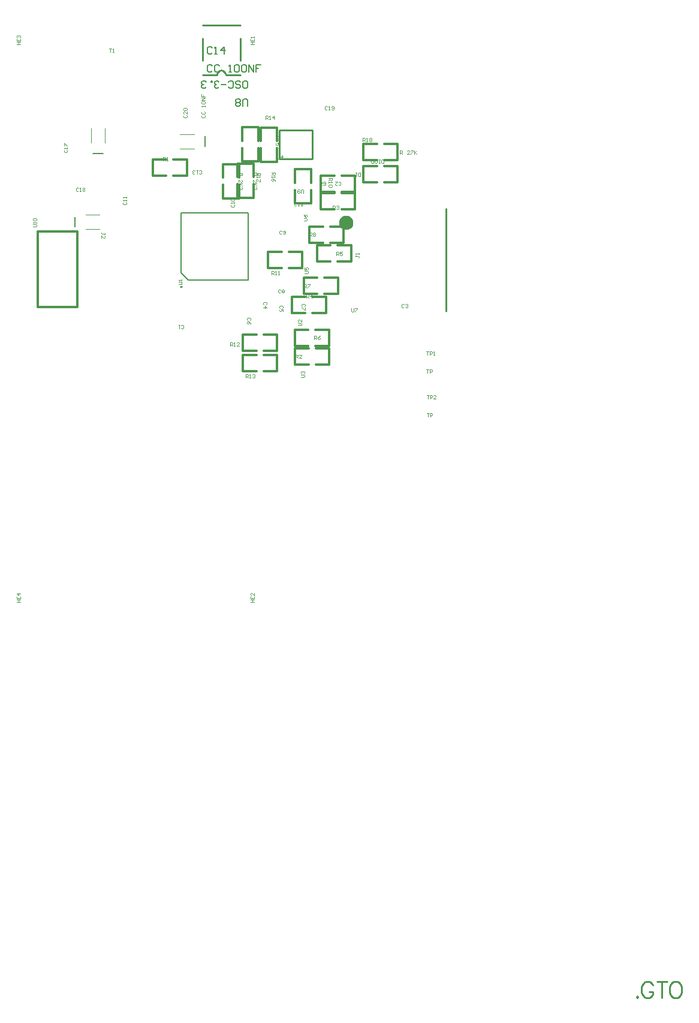
<source format=gto>
%FSLAX44Y44*%
%MOMM*%
G71*
G01*
G75*
%ADD10R,2.5400X1.2700*%
%ADD11R,1.5240X1.5240*%
%ADD12R,1.5240X1.2700*%
%ADD13R,1.6000X1.6000*%
%ADD14R,0.9000X0.3000*%
%ADD15R,0.3000X0.9000*%
%ADD16R,5.2000X5.2000*%
%ADD17R,0.6000X1.1000*%
%ADD18R,1.1000X0.6000*%
%ADD19R,6.7000X6.7000*%
%ADD20R,3.0000X1.6000*%
%ADD21R,2.6000X0.3000*%
%ADD22R,1.2700X1.5240*%
%ADD23R,1.4000X1.2000*%
%ADD24C,0.2000*%
%ADD25C,0.5000*%
%ADD26C,0.3000*%
%ADD27C,0.2286*%
%ADD28C,2.4000*%
%ADD29O,1.6000X2.0000*%
%ADD30R,1.6000X2.0000*%
%ADD31C,6.0000*%
%ADD32C,2.3000*%
%ADD33C,3.3000*%
%ADD34C,2.0000*%
%ADD35R,2.0000X2.0000*%
%ADD36C,0.8000*%
%ADD37C,1.0000*%
%ADD38C,0.4000*%
%ADD39C,0.2540*%
%ADD40C,1.0000*%
%ADD41C,0.3048*%
%ADD42C,0.0254*%
%ADD43C,0.1000*%
D24*
X2218448Y2571148D02*
Y2585148D01*
X2185398Y2392598D02*
X2195248Y2382748D01*
X2185398Y2392598D02*
Y2477348D01*
X2279998D01*
Y2382748D02*
Y2477348D01*
X2195248Y2382748D02*
X2279998D01*
X2034948Y2457648D02*
Y2471648D01*
X2060698Y2561398D02*
X2074698D01*
X2273659Y2653152D02*
X2276991D01*
X2278658Y2654818D01*
Y2661482D01*
X2276991Y2663148D01*
X2273659D01*
X2271993Y2661482D01*
Y2654818D01*
X2273659Y2653152D01*
X2261996Y2654818D02*
X2263663Y2653152D01*
X2266995D01*
X2268661Y2654818D01*
Y2656483D01*
X2266995Y2658150D01*
X2263663D01*
X2261996Y2659816D01*
Y2661482D01*
X2263663Y2663148D01*
X2266995D01*
X2268661Y2661482D01*
X2252000Y2654818D02*
X2253666Y2653152D01*
X2256998D01*
X2258664Y2654818D01*
Y2661482D01*
X2256998Y2663148D01*
X2253666D01*
X2252000Y2661482D01*
X2248667Y2658150D02*
X2242003D01*
X2238671Y2654818D02*
X2237004Y2653152D01*
X2233672D01*
X2232006Y2654818D01*
Y2656483D01*
X2233672Y2658150D01*
X2235338D01*
X2233672D01*
X2232006Y2659816D01*
Y2661482D01*
X2233672Y2663148D01*
X2237004D01*
X2238671Y2661482D01*
X2228674Y2663148D02*
Y2661482D01*
X2227008D01*
Y2663148D01*
X2228674D01*
X2220343Y2654818D02*
X2218677Y2653152D01*
X2215345D01*
X2213679Y2654818D01*
Y2656483D01*
X2215345Y2658150D01*
X2217011D01*
X2215345D01*
X2213679Y2659816D01*
Y2661482D01*
X2215345Y2663148D01*
X2218677D01*
X2220343Y2661482D01*
X2278658Y2627751D02*
Y2636082D01*
X2276991Y2637748D01*
X2273659D01*
X2271993Y2636082D01*
Y2627751D01*
X2268661Y2629417D02*
X2266995Y2627751D01*
X2263663D01*
X2261996Y2629417D01*
Y2631084D01*
X2263663Y2632750D01*
X2261996Y2634416D01*
Y2636082D01*
X2263663Y2637748D01*
X2266995D01*
X2268661Y2636082D01*
Y2634416D01*
X2266995Y2632750D01*
X2268661Y2631084D01*
Y2629417D01*
X2266995Y2632750D02*
X2263663D01*
X2229082Y2684769D02*
X2227416Y2686435D01*
X2224084D01*
X2222418Y2684769D01*
Y2678104D01*
X2224084Y2676438D01*
X2227416D01*
X2229082Y2678104D01*
X2239079Y2684769D02*
X2237413Y2686435D01*
X2234081D01*
X2232415Y2684769D01*
Y2678104D01*
X2234081Y2676438D01*
X2237413D01*
X2239079Y2678104D01*
X2252408Y2676438D02*
X2255740D01*
X2254074D01*
Y2686435D01*
X2252408Y2684769D01*
X2260739D02*
X2262405Y2686435D01*
X2265737D01*
X2267403Y2684769D01*
Y2678104D01*
X2265737Y2676438D01*
X2262405D01*
X2260739Y2678104D01*
Y2684769D01*
X2270735D02*
X2272402Y2686435D01*
X2275734D01*
X2277400Y2684769D01*
Y2678104D01*
X2275734Y2676438D01*
X2272402D01*
X2270735Y2678104D01*
Y2684769D01*
X2280732Y2676438D02*
Y2686435D01*
X2287397Y2676438D01*
Y2686435D01*
X2297393D02*
X2290729D01*
Y2681436D01*
X2294061D01*
X2290729D01*
Y2676438D01*
X2229082Y2710169D02*
X2227416Y2711835D01*
X2224084D01*
X2222418Y2710169D01*
Y2703504D01*
X2224084Y2701838D01*
X2227416D01*
X2229082Y2703504D01*
X2232415Y2701838D02*
X2235747D01*
X2234081D01*
Y2711835D01*
X2232415Y2710169D01*
X2245744Y2701838D02*
Y2711835D01*
X2240745Y2706837D01*
X2247410D01*
D26*
X1982208Y2344208D02*
Y2450888D01*
Y2344208D02*
X2038088D01*
Y2450888D01*
X1982208D02*
X2038088D01*
D27*
X2829166Y1371065D02*
X2828078Y1369977D01*
X2829166Y1368888D01*
X2830255Y1369977D01*
X2829166Y1371065D01*
X2851586Y1386302D02*
X2850497Y1388478D01*
X2848321Y1390655D01*
X2846144Y1391743D01*
X2841791D01*
X2839614Y1390655D01*
X2837437Y1388478D01*
X2836349Y1386302D01*
X2835261Y1383036D01*
Y1377595D01*
X2836349Y1374330D01*
X2837437Y1372153D01*
X2839614Y1369977D01*
X2841791Y1368888D01*
X2846144D01*
X2848321Y1369977D01*
X2850497Y1372153D01*
X2851586Y1374330D01*
Y1377595D01*
X2846144D02*
X2851586D01*
X2864428Y1391743D02*
Y1368888D01*
X2856810Y1391743D02*
X2872047D01*
X2881297D02*
X2879121Y1390655D01*
X2876944Y1388478D01*
X2875856Y1386302D01*
X2874767Y1383036D01*
Y1377595D01*
X2875856Y1374330D01*
X2876944Y1372153D01*
X2879121Y1369977D01*
X2881297Y1368888D01*
X2885651D01*
X2887827Y1369977D01*
X2890004Y1372153D01*
X2891093Y1374330D01*
X2892181Y1377595D01*
Y1383036D01*
X2891093Y1386302D01*
X2890004Y1388478D01*
X2887827Y1390655D01*
X2885651Y1391743D01*
X2881297D01*
D39*
X2248178Y2672038D02*
X2247694Y2674468D01*
X2246318Y2676528D01*
X2244258Y2677905D01*
X2241828Y2678388D01*
X2239398Y2677905D01*
X2237337Y2676528D01*
X2235961Y2674468D01*
X2235478Y2672038D01*
X2186038Y2372898D02*
X2184038D01*
X2186038D01*
X2248178Y2672038D02*
X2268498Y2672198D01*
X2215498D02*
X2235478Y2672038D01*
X2215498Y2692198D02*
Y2723198D01*
Y2742198D02*
X2268498D01*
Y2692198D02*
Y2723198D01*
X2559448Y2338398D02*
Y2483398D01*
X2323848Y2553698D02*
Y2593698D01*
X2370248D01*
X2323848Y2553698D02*
X2370248D01*
Y2593698D01*
D40*
X2423228Y2463158D02*
X2422558Y2465658D01*
X2420728Y2467488D01*
X2418228Y2468158D01*
X2415728Y2467488D01*
X2413898Y2465658D01*
X2413228Y2463158D01*
X2413898Y2460658D01*
X2415728Y2458828D01*
X2418228Y2458158D01*
X2420728Y2458828D01*
X2422558Y2460658D01*
X2423228Y2463158D01*
D41*
X2356058Y2399018D02*
Y2421878D01*
X2307798Y2399018D02*
Y2421878D01*
X2337008D02*
X2356058D01*
X2337008Y2399018D02*
X2356058D01*
X2307798D02*
X2326848D01*
X2307798Y2421878D02*
X2326848D01*
X2442548Y2520128D02*
Y2542988D01*
X2490808Y2520128D02*
Y2542988D01*
X2442548Y2520128D02*
X2461598D01*
X2442548Y2542988D02*
X2461598D01*
X2471758D02*
X2490808D01*
X2471758Y2520128D02*
X2490808D01*
X2145048Y2552128D02*
X2164098D01*
X2145048Y2529268D02*
X2164098D01*
X2174258D02*
X2193308D01*
X2174258Y2552128D02*
X2193308D01*
X2145048Y2529268D02*
Y2552128D01*
X2193308Y2529268D02*
Y2552128D01*
X2301398Y2282518D02*
X2320448D01*
X2301398Y2305378D02*
X2320448D01*
X2272188D02*
X2291238D01*
X2272188Y2282518D02*
X2291238D01*
X2320448D02*
Y2305378D01*
X2272188Y2282518D02*
Y2305378D01*
X2287178Y2527598D02*
Y2546648D01*
X2264318Y2527598D02*
Y2546648D01*
Y2498388D02*
Y2517438D01*
X2287178Y2498388D02*
Y2517438D01*
X2264318Y2546648D02*
X2287178D01*
X2264318Y2498388D02*
X2287178D01*
X2267178Y2527098D02*
Y2546148D01*
X2244318Y2527098D02*
Y2546148D01*
Y2497888D02*
Y2516938D01*
X2267178Y2497888D02*
Y2516938D01*
X2244318Y2546148D02*
X2267178D01*
X2244318Y2497888D02*
X2267178D01*
X2368678Y2519598D02*
Y2538648D01*
X2345818Y2519598D02*
Y2538648D01*
Y2490388D02*
Y2509438D01*
X2368678Y2490388D02*
Y2509438D01*
X2345818Y2538648D02*
X2368678D01*
X2345818Y2490388D02*
X2368678D01*
X2382548Y2529628D02*
X2401598D01*
X2382548Y2506768D02*
X2401598D01*
X2411758D02*
X2430808D01*
X2411758Y2529628D02*
X2430808D01*
X2382548Y2506768D02*
Y2529628D01*
X2430808Y2506768D02*
Y2529628D01*
X2366548Y2457878D02*
X2385598D01*
X2366548Y2435018D02*
X2385598D01*
X2395758D02*
X2414808D01*
X2395758Y2457878D02*
X2414808D01*
X2366548Y2435018D02*
Y2457878D01*
X2414808Y2435018D02*
Y2457878D01*
X2358298Y2385878D02*
X2377348D01*
X2358298Y2363018D02*
X2377348D01*
X2387508D02*
X2406558D01*
X2387508Y2385878D02*
X2406558D01*
X2358298Y2363018D02*
Y2385878D01*
X2406558Y2363018D02*
Y2385878D01*
X2345798Y2312128D02*
X2364848D01*
X2345798Y2289268D02*
X2364848D01*
X2375008D02*
X2394058D01*
X2375008Y2312128D02*
X2394058D01*
X2345798Y2289268D02*
Y2312128D01*
X2394058Y2289268D02*
Y2312128D01*
X2377048Y2431378D02*
X2396098D01*
X2377048Y2408518D02*
X2396098D01*
X2406258D02*
X2425308D01*
X2406258Y2431378D02*
X2425308D01*
X2377048Y2408518D02*
Y2431378D01*
X2425308Y2408518D02*
Y2431378D01*
X2341548Y2358878D02*
X2360598D01*
X2341548Y2336018D02*
X2360598D01*
X2370758D02*
X2389808D01*
X2370758Y2358878D02*
X2389808D01*
X2341548Y2336018D02*
Y2358878D01*
X2389808Y2336018D02*
Y2358878D01*
X2382298Y2505128D02*
X2401348D01*
X2382298Y2482268D02*
X2401348D01*
X2411508D02*
X2430558D01*
X2411508Y2505128D02*
X2430558D01*
X2382298Y2482268D02*
Y2505128D01*
X2430558Y2482268D02*
Y2505128D01*
X2346048Y2285878D02*
X2365098D01*
X2346048Y2263018D02*
X2365098D01*
X2375258D02*
X2394308D01*
X2375258Y2285878D02*
X2394308D01*
X2346048Y2263018D02*
Y2285878D01*
X2394308Y2263018D02*
Y2285878D01*
X2442548Y2574378D02*
X2461598D01*
X2442548Y2551518D02*
X2461598D01*
X2471758D02*
X2490808D01*
X2471758Y2574378D02*
X2490808D01*
X2442548Y2551518D02*
Y2574378D01*
X2490808Y2551518D02*
Y2574378D01*
X2271068Y2549638D02*
X2293928D01*
X2271068Y2597898D02*
X2293928D01*
Y2549638D02*
Y2568688D01*
X2271068Y2549638D02*
Y2568688D01*
Y2578848D02*
Y2597898D01*
X2293928Y2578848D02*
Y2597898D01*
X2297818Y2549388D02*
X2320678D01*
X2297818Y2597648D02*
X2320678D01*
Y2549388D02*
Y2568438D01*
X2297818Y2549388D02*
Y2568438D01*
Y2578598D02*
Y2597648D01*
X2320678Y2578598D02*
Y2597648D01*
X2320558Y2253768D02*
Y2276628D01*
X2272298Y2253768D02*
Y2276628D01*
X2301508D02*
X2320558D01*
X2301508Y2253768D02*
X2320558D01*
X2272298D02*
X2291348D01*
X2272298Y2276628D02*
X2291348D01*
D42*
X2183448Y2588148D02*
X2203448D01*
X2183448Y2568148D02*
X2203448D01*
X2049948Y2474648D02*
X2069948D01*
X2049948Y2454648D02*
X2069948D01*
X2077698Y2576398D02*
Y2596398D01*
X2057698Y2576398D02*
Y2596398D01*
D43*
X2531800Y2194454D02*
X2535132D01*
X2533466D01*
Y2189456D01*
X2536798D02*
Y2194454D01*
X2539297D01*
X2540130Y2193622D01*
Y2191955D01*
X2539297Y2191122D01*
X2536798D01*
X2531800Y2219854D02*
X2535132D01*
X2533466D01*
Y2214856D01*
X2536798D02*
Y2219854D01*
X2539297D01*
X2540130Y2219021D01*
Y2217355D01*
X2539297Y2216522D01*
X2536798D01*
X2545129Y2214856D02*
X2541796D01*
X2545129Y2218188D01*
Y2219021D01*
X2544296Y2219854D01*
X2542630D01*
X2541796Y2219021D01*
X2531300Y2255954D02*
X2534632D01*
X2532966D01*
Y2250956D01*
X2536298D02*
Y2255954D01*
X2538797D01*
X2539630Y2255121D01*
Y2253455D01*
X2538797Y2252622D01*
X2536298D01*
X2531300Y2281355D02*
X2534632D01*
X2532966D01*
Y2276356D01*
X2536298D02*
Y2281355D01*
X2538797D01*
X2539630Y2280522D01*
Y2278855D01*
X2538797Y2278022D01*
X2536298D01*
X2541296Y2276356D02*
X2542962D01*
X2542130D01*
Y2281355D01*
X2541296Y2280522D01*
X2494248Y2559948D02*
Y2564947D01*
X2496747D01*
X2497580Y2564113D01*
Y2562447D01*
X2496747Y2561614D01*
X2494248D01*
X2495914D02*
X2497580Y2559948D01*
X2507577D02*
X2504244D01*
X2507577Y2563280D01*
Y2564113D01*
X2506744Y2564947D01*
X2505078D01*
X2504244Y2564113D01*
X2509243Y2564947D02*
X2512575D01*
Y2564113D01*
X2509243Y2560781D01*
Y2559948D01*
X2514241Y2564947D02*
Y2559948D01*
Y2561614D01*
X2517573Y2564947D01*
X2515074Y2562447D01*
X2517573Y2559948D01*
X2441748Y2577698D02*
Y2582697D01*
X2444247D01*
X2445080Y2581863D01*
Y2580197D01*
X2444247Y2579364D01*
X2441748D01*
X2443414D02*
X2445080Y2577698D01*
X2446746D02*
X2448412D01*
X2447579D01*
Y2582697D01*
X2446746Y2581863D01*
X2450911D02*
X2451744Y2582697D01*
X2453410D01*
X2454244Y2581863D01*
Y2581030D01*
X2453410Y2580197D01*
X2454244Y2579364D01*
Y2578531D01*
X2453410Y2577698D01*
X2451744D01*
X2450911Y2578531D01*
Y2579364D01*
X2451744Y2580197D01*
X2450911Y2581030D01*
Y2581863D01*
X2451744Y2580197D02*
X2453410D01*
X2471108Y2547310D02*
Y2552308D01*
X2468609D01*
X2467775Y2551475D01*
Y2548143D01*
X2468609Y2547310D01*
X2471108D01*
X2466109D02*
X2464443D01*
X2465276D01*
Y2552308D01*
X2466109D01*
X2464443D01*
X2459445Y2547310D02*
X2461111D01*
X2461944Y2548143D01*
Y2551475D01*
X2461111Y2552308D01*
X2459445D01*
X2458612Y2551475D01*
Y2548143D01*
X2459445Y2547310D01*
X2456946D02*
Y2552308D01*
X2454446D01*
X2453613Y2551475D01*
Y2548143D01*
X2454446Y2547310D01*
X2456946D01*
X2437858Y2528810D02*
Y2533808D01*
X2435358D01*
X2434525Y2532975D01*
Y2529643D01*
X2435358Y2528810D01*
X2437858D01*
X2432859Y2533808D02*
X2431193D01*
X2432026D01*
Y2528810D01*
X2432859Y2529643D01*
X2266416Y2533448D02*
X2271414D01*
Y2530949D01*
X2270581Y2530116D01*
X2268915D01*
X2268082Y2530949D01*
Y2533448D01*
Y2531782D02*
X2266416Y2530116D01*
Y2520119D02*
Y2523451D01*
X2269748Y2520119D01*
X2270581D01*
X2271414Y2520952D01*
Y2522618D01*
X2270581Y2523451D01*
X2271414Y2518453D02*
X2266416D01*
X2268082D01*
X2271414Y2515121D01*
X2268915Y2517620D01*
X2266416Y2515121D01*
Y2510122D02*
Y2513455D01*
X2269748Y2510122D01*
X2270581D01*
X2271414Y2510956D01*
Y2512622D01*
X2270581Y2513455D01*
X2291816Y2533448D02*
X2296814D01*
Y2530949D01*
X2295981Y2530116D01*
X2294315D01*
X2293482Y2530949D01*
Y2533448D01*
Y2531782D02*
X2291816Y2530116D01*
Y2528450D02*
Y2526784D01*
Y2527617D01*
X2296814D01*
X2295981Y2528450D01*
X2296814Y2524285D02*
Y2520952D01*
X2295981D01*
X2292649Y2524285D01*
X2291816D01*
X2286416Y2533948D02*
X2291414D01*
Y2531449D01*
X2290581Y2530616D01*
X2288915D01*
X2288082Y2531449D01*
Y2533948D01*
Y2532282D02*
X2286416Y2530616D01*
Y2520619D02*
Y2523951D01*
X2289748Y2520619D01*
X2290581D01*
X2291414Y2521452D01*
Y2523118D01*
X2290581Y2523951D01*
X2291414Y2518953D02*
X2286416D01*
X2288082D01*
X2291414Y2515621D01*
X2288915Y2518120D01*
X2286416Y2515621D01*
Y2510622D02*
Y2513955D01*
X2289748Y2510622D01*
X2290581D01*
X2291414Y2511456D01*
Y2513122D01*
X2290581Y2513955D01*
X2313066Y2534198D02*
X2318064D01*
Y2531699D01*
X2317231Y2530866D01*
X2315565D01*
X2314732Y2531699D01*
Y2534198D01*
Y2532532D02*
X2313066Y2530866D01*
Y2529200D02*
Y2527534D01*
Y2528367D01*
X2318064D01*
X2317231Y2529200D01*
X2318064Y2521702D02*
X2317231Y2523368D01*
X2315565Y2525034D01*
X2313899D01*
X2313066Y2524201D01*
Y2522535D01*
X2313899Y2521702D01*
X2314732D01*
X2315565Y2522535D01*
Y2525034D01*
X2214664Y2615530D02*
X2213831Y2614697D01*
Y2613031D01*
X2214664Y2612198D01*
X2217997D01*
X2218830Y2613031D01*
Y2614697D01*
X2217997Y2615530D01*
X2214664Y2620529D02*
X2213831Y2619696D01*
Y2618029D01*
X2214664Y2617196D01*
X2217997D01*
X2218830Y2618029D01*
Y2619696D01*
X2217997Y2620529D01*
X2218830Y2627193D02*
Y2628859D01*
Y2628026D01*
X2213831D01*
X2214664Y2627193D01*
Y2631359D02*
X2213831Y2632191D01*
Y2633858D01*
X2214664Y2634691D01*
X2217997D01*
X2218830Y2633858D01*
Y2632191D01*
X2217997Y2631359D01*
X2214664D01*
X2218830Y2636357D02*
X2213831D01*
X2218830Y2639689D01*
X2213831D01*
Y2644688D02*
Y2641355D01*
X2216331D01*
Y2643022D01*
Y2641355D01*
X2218830D01*
X2189264Y2615530D02*
X2188431Y2614697D01*
Y2613031D01*
X2189264Y2612198D01*
X2192597D01*
X2193430Y2613031D01*
Y2614697D01*
X2192597Y2615530D01*
X2193430Y2620529D02*
Y2617196D01*
X2190097Y2620529D01*
X2189264D01*
X2188431Y2619696D01*
Y2618029D01*
X2189264Y2617196D01*
Y2622195D02*
X2188431Y2623028D01*
Y2624694D01*
X2189264Y2625527D01*
X2192597D01*
X2193430Y2624694D01*
Y2623028D01*
X2192597Y2622195D01*
X2189264D01*
X2083526Y2708859D02*
X2086858D01*
X2085192D01*
Y2703860D01*
X2088524D02*
X2090190D01*
X2089357D01*
Y2708859D01*
X2088524Y2708026D01*
X2184995Y2314393D02*
X2185829Y2313560D01*
X2187495D01*
X2188328Y2314393D01*
Y2317725D01*
X2187495Y2318558D01*
X2185829D01*
X2184995Y2317725D01*
X2183329Y2318558D02*
X2181663D01*
X2182496D01*
Y2313560D01*
X2183329Y2314393D01*
X2407245Y2517143D02*
X2408078Y2516310D01*
X2409745D01*
X2410578Y2517143D01*
Y2520475D01*
X2409745Y2521308D01*
X2408078D01*
X2407245Y2520475D01*
X2402247Y2521308D02*
X2405579D01*
X2402247Y2517976D01*
Y2517143D01*
X2403080Y2516310D01*
X2404746D01*
X2405579Y2517143D01*
X2500000Y2347254D02*
X2499167Y2348087D01*
X2497501D01*
X2496668Y2347254D01*
Y2343921D01*
X2497501Y2343088D01*
X2499167D01*
X2500000Y2343921D01*
X2501666Y2347254D02*
X2502499Y2348087D01*
X2504165D01*
X2504998Y2347254D01*
Y2346420D01*
X2504165Y2345587D01*
X2503332D01*
X2504165D01*
X2504998Y2344754D01*
Y2343921D01*
X2504165Y2343088D01*
X2502499D01*
X2501666Y2343921D01*
X2305553Y2347696D02*
X2306386Y2348529D01*
Y2350195D01*
X2305553Y2351028D01*
X2302221D01*
X2301388Y2350195D01*
Y2348529D01*
X2302221Y2347696D01*
X2301388Y2343531D02*
X2306386D01*
X2303887Y2346030D01*
Y2342697D01*
X2328053Y2342946D02*
X2328886Y2343779D01*
Y2345445D01*
X2328053Y2346278D01*
X2324721D01*
X2323888Y2345445D01*
Y2343779D01*
X2324721Y2342946D01*
X2328886Y2337948D02*
Y2341280D01*
X2326387D01*
X2327220Y2339614D01*
Y2338781D01*
X2326387Y2337948D01*
X2324721D01*
X2323888Y2338781D01*
Y2340447D01*
X2324721Y2341280D01*
X2282053Y2325446D02*
X2282886Y2326279D01*
Y2327945D01*
X2282053Y2328778D01*
X2278721D01*
X2277888Y2327945D01*
Y2326279D01*
X2278721Y2325446D01*
X2282886Y2320448D02*
X2282053Y2322114D01*
X2280387Y2323780D01*
X2278721D01*
X2277888Y2322947D01*
Y2321281D01*
X2278721Y2320448D01*
X2279554D01*
X2280387Y2321281D01*
Y2323780D01*
X2359303Y2344946D02*
X2360136Y2345779D01*
Y2347445D01*
X2359303Y2348278D01*
X2355971D01*
X2355138Y2347445D01*
Y2345779D01*
X2355971Y2344946D01*
X2360136Y2343280D02*
Y2339948D01*
X2359303D01*
X2355971Y2343280D01*
X2355138D01*
X2325330Y2368363D02*
X2324497Y2369196D01*
X2322831D01*
X2321998Y2368363D01*
Y2365031D01*
X2322831Y2364198D01*
X2324497D01*
X2325330Y2365031D01*
X2326996Y2368363D02*
X2327829Y2369196D01*
X2329495D01*
X2330328Y2368363D01*
Y2367530D01*
X2329495Y2366697D01*
X2330328Y2365864D01*
Y2365031D01*
X2329495Y2364198D01*
X2327829D01*
X2326996Y2365031D01*
Y2365864D01*
X2327829Y2366697D01*
X2326996Y2367530D01*
Y2368363D01*
X2327829Y2366697D02*
X2329495D01*
X2327330Y2451363D02*
X2326497Y2452197D01*
X2324831D01*
X2323998Y2451363D01*
Y2448031D01*
X2324831Y2447198D01*
X2326497D01*
X2327330Y2448031D01*
X2328996D02*
X2329829Y2447198D01*
X2331495D01*
X2332328Y2448031D01*
Y2451363D01*
X2331495Y2452197D01*
X2329829D01*
X2328996Y2451363D01*
Y2450530D01*
X2329829Y2449697D01*
X2332328D01*
X2256142Y2488700D02*
X2255309Y2487867D01*
Y2486201D01*
X2256142Y2485368D01*
X2259475D01*
X2260308Y2486201D01*
Y2487867D01*
X2259475Y2488700D01*
X2260308Y2490366D02*
Y2492033D01*
Y2491199D01*
X2255309D01*
X2256142Y2490366D01*
Y2494532D02*
X2255309Y2495365D01*
Y2497031D01*
X2256142Y2497864D01*
X2259475D01*
X2260308Y2497031D01*
Y2495365D01*
X2259475Y2494532D01*
X2256142D01*
X2103942Y2492200D02*
X2103109Y2491367D01*
Y2489701D01*
X2103942Y2488868D01*
X2107275D01*
X2108108Y2489701D01*
Y2491367D01*
X2107275Y2492200D01*
X2108108Y2493866D02*
Y2495533D01*
Y2494700D01*
X2103109D01*
X2103942Y2493866D01*
X2108108Y2498032D02*
Y2499698D01*
Y2498865D01*
X2103109D01*
X2103942Y2498032D01*
X2348080Y2491364D02*
X2347247Y2492197D01*
X2345581D01*
X2344748Y2491364D01*
Y2488031D01*
X2345581Y2487198D01*
X2347247D01*
X2348080Y2488031D01*
X2349746Y2487198D02*
X2351412D01*
X2350579D01*
Y2492197D01*
X2349746Y2491364D01*
X2357244Y2487198D02*
X2353911D01*
X2357244Y2490530D01*
Y2491364D01*
X2356411Y2492197D01*
X2354744D01*
X2353911Y2491364D01*
X2210195Y2533343D02*
X2211028Y2532510D01*
X2212695D01*
X2213528Y2533343D01*
Y2536675D01*
X2212695Y2537508D01*
X2211028D01*
X2210195Y2536675D01*
X2208529Y2537508D02*
X2206863D01*
X2207696D01*
Y2532510D01*
X2208529Y2533343D01*
X2204364D02*
X2203531Y2532510D01*
X2201865D01*
X2201032Y2533343D01*
Y2534176D01*
X2201865Y2535009D01*
X2202698D01*
X2201865D01*
X2201032Y2535842D01*
Y2536675D01*
X2201865Y2537508D01*
X2203531D01*
X2204364Y2536675D01*
X2020352Y2566348D02*
X2019519Y2565515D01*
Y2563849D01*
X2020352Y2563016D01*
X2023685D01*
X2024518Y2563849D01*
Y2565515D01*
X2023685Y2566348D01*
X2024518Y2568015D02*
Y2569680D01*
Y2568848D01*
X2019519D01*
X2020352Y2568015D01*
X2019519Y2572180D02*
Y2575512D01*
X2020352D01*
X2023685Y2572180D01*
X2024518D01*
X2039898Y2511994D02*
X2039065Y2512827D01*
X2037399D01*
X2036566Y2511994D01*
Y2508661D01*
X2037399Y2507828D01*
X2039065D01*
X2039898Y2508661D01*
X2041564Y2507828D02*
X2043230D01*
X2042397D01*
Y2512827D01*
X2041564Y2511994D01*
X2045729D02*
X2046562Y2512827D01*
X2048228D01*
X2049062Y2511994D01*
Y2511160D01*
X2048228Y2510327D01*
X2049062Y2509494D01*
Y2508661D01*
X2048228Y2507828D01*
X2046562D01*
X2045729Y2508661D01*
Y2509494D01*
X2046562Y2510327D01*
X2045729Y2511160D01*
Y2511994D01*
X2046562Y2510327D02*
X2048228D01*
X2391580Y2627181D02*
X2390747Y2628015D01*
X2389081D01*
X2388248Y2627181D01*
Y2623849D01*
X2389081Y2623016D01*
X2390747D01*
X2391580Y2623849D01*
X2393246Y2623016D02*
X2394912D01*
X2394079D01*
Y2628015D01*
X2393246Y2627181D01*
X2397411Y2623849D02*
X2398244Y2623016D01*
X2399910D01*
X2400744Y2623849D01*
Y2627181D01*
X2399910Y2628015D01*
X2398244D01*
X2397411Y2627181D01*
Y2626348D01*
X2398244Y2625515D01*
X2400744D01*
X1953305Y2714782D02*
X1958304D01*
X1955804D01*
Y2718114D01*
X1953305D01*
X1958304D01*
X1953305Y2723113D02*
Y2719781D01*
X1958304D01*
Y2723113D01*
X1955804Y2719781D02*
Y2721447D01*
X1954138Y2724779D02*
X1953305Y2725612D01*
Y2727278D01*
X1954138Y2728111D01*
X1954971D01*
X1955804Y2727278D01*
Y2726445D01*
Y2727278D01*
X1956638Y2728111D01*
X1957471D01*
X1958304Y2727278D01*
Y2725612D01*
X1957471Y2724779D01*
X1953305Y1927382D02*
X1958304D01*
X1955804D01*
Y1930714D01*
X1953305D01*
X1958304D01*
X1953305Y1935713D02*
Y1932381D01*
X1958304D01*
Y1935713D01*
X1955804Y1932381D02*
Y1934047D01*
X1958304Y1939878D02*
X1953305D01*
X1955804Y1937379D01*
Y1940711D01*
X2283505Y2714782D02*
X2288504D01*
X2286004D01*
Y2718114D01*
X2283505D01*
X2288504D01*
X2283505Y2723113D02*
Y2719781D01*
X2288504D01*
Y2723113D01*
X2286004Y2719781D02*
Y2721447D01*
X2288504Y2724779D02*
Y2726445D01*
Y2725612D01*
X2283505D01*
X2284338Y2724779D01*
X2283505Y1927382D02*
X2288504D01*
X2286004D01*
Y1930714D01*
X2283505D01*
X2288504D01*
X2283505Y1935713D02*
Y1932381D01*
X2288504D01*
Y1935713D01*
X2286004Y1932381D02*
Y1934047D01*
X2288504Y1940711D02*
Y1937379D01*
X2285171Y1940711D01*
X2284338D01*
X2283505Y1939878D01*
Y1938212D01*
X2284338Y1937379D01*
X2431449Y2416730D02*
Y2415064D01*
Y2415897D01*
X2435615D01*
X2436448Y2415064D01*
Y2414231D01*
X2435615Y2413398D01*
X2436448Y2418396D02*
Y2420063D01*
Y2419230D01*
X2431449D01*
X2432282Y2418396D01*
X2077630Y2446540D02*
Y2448206D01*
Y2447373D01*
X2073465D01*
X2072632Y2448206D01*
Y2449039D01*
X2073465Y2449872D01*
X2072632Y2441541D02*
Y2444874D01*
X2075964Y2441541D01*
X2076797D01*
X2077630Y2442375D01*
Y2444041D01*
X2076797Y2444874D01*
X2159907Y2550814D02*
Y2555813D01*
X2162406D01*
X2163239Y2554979D01*
Y2553313D01*
X2162406Y2552480D01*
X2159907D01*
X2161573D02*
X2163239Y2550814D01*
X2164905D02*
X2166571D01*
X2165738D01*
Y2555813D01*
X2164905Y2554979D01*
X2346498Y2271948D02*
Y2276947D01*
X2348997D01*
X2349830Y2276113D01*
Y2274447D01*
X2348997Y2273614D01*
X2346498D01*
X2348164D02*
X2349830Y2271948D01*
X2354828D02*
X2351496D01*
X2354828Y2275280D01*
Y2276113D01*
X2353995Y2276947D01*
X2352329D01*
X2351496Y2276113D01*
X2398998Y2482448D02*
Y2487446D01*
X2401497D01*
X2402330Y2486613D01*
Y2484947D01*
X2401497Y2484114D01*
X2398998D01*
X2400664D02*
X2402330Y2482448D01*
X2403996Y2486613D02*
X2404829Y2487446D01*
X2406495D01*
X2407328Y2486613D01*
Y2485780D01*
X2406495Y2484947D01*
X2405662D01*
X2406495D01*
X2407328Y2484114D01*
Y2483281D01*
X2406495Y2482448D01*
X2404829D01*
X2403996Y2483281D01*
X2361748Y2356948D02*
Y2361947D01*
X2364247D01*
X2365080Y2361113D01*
Y2359447D01*
X2364247Y2358614D01*
X2361748D01*
X2363414D02*
X2365080Y2356948D01*
X2369245D02*
Y2361947D01*
X2366746Y2359447D01*
X2370078D01*
X2404248Y2417448D02*
Y2422446D01*
X2406747D01*
X2407580Y2421613D01*
Y2419947D01*
X2406747Y2419114D01*
X2404248D01*
X2405914D02*
X2407580Y2417448D01*
X2412578Y2422446D02*
X2409246D01*
Y2419947D01*
X2410912Y2420780D01*
X2411745D01*
X2412578Y2419947D01*
Y2418281D01*
X2411745Y2417448D01*
X2410079D01*
X2409246Y2418281D01*
X2372998Y2298448D02*
Y2303447D01*
X2375497D01*
X2376330Y2302614D01*
Y2300947D01*
X2375497Y2300114D01*
X2372998D01*
X2374664D02*
X2376330Y2298448D01*
X2381328Y2303447D02*
X2379662Y2302614D01*
X2377996Y2300947D01*
Y2299281D01*
X2378829Y2298448D01*
X2380495D01*
X2381328Y2299281D01*
Y2300114D01*
X2380495Y2300947D01*
X2377996D01*
X2358498Y2371448D02*
Y2376447D01*
X2360997D01*
X2361830Y2375613D01*
Y2373947D01*
X2360997Y2373114D01*
X2358498D01*
X2360164D02*
X2361830Y2371448D01*
X2363496Y2376447D02*
X2366828D01*
Y2375613D01*
X2363496Y2372281D01*
Y2371448D01*
X2366498Y2443948D02*
Y2448947D01*
X2368997D01*
X2369830Y2448114D01*
Y2446447D01*
X2368997Y2445614D01*
X2366498D01*
X2368164D02*
X2369830Y2443948D01*
X2371496Y2448114D02*
X2372329Y2448947D01*
X2373995D01*
X2374828Y2448114D01*
Y2447280D01*
X2373995Y2446447D01*
X2374828Y2445614D01*
Y2444781D01*
X2373995Y2443948D01*
X2372329D01*
X2371496Y2444781D01*
Y2445614D01*
X2372329Y2446447D01*
X2371496Y2447280D01*
Y2448114D01*
X2372329Y2446447D02*
X2373995D01*
X2380748Y2516448D02*
Y2521447D01*
X2383247D01*
X2384080Y2520613D01*
Y2518947D01*
X2383247Y2518114D01*
X2380748D01*
X2382414D02*
X2384080Y2516448D01*
X2385746Y2517281D02*
X2386579Y2516448D01*
X2388245D01*
X2389078Y2517281D01*
Y2520613D01*
X2388245Y2521447D01*
X2386579D01*
X2385746Y2520613D01*
Y2519780D01*
X2386579Y2518947D01*
X2389078D01*
X2393248Y2525948D02*
X2398246D01*
Y2523449D01*
X2397413Y2522616D01*
X2395747D01*
X2394914Y2523449D01*
Y2525948D01*
Y2524282D02*
X2393248Y2522616D01*
Y2520950D02*
Y2519284D01*
Y2520117D01*
X2398246D01*
X2397413Y2520950D01*
Y2516785D02*
X2398246Y2515951D01*
Y2514285D01*
X2397413Y2513452D01*
X2394081D01*
X2393248Y2514285D01*
Y2515951D01*
X2394081Y2516785D01*
X2397413D01*
X2312998Y2390198D02*
Y2395197D01*
X2315497D01*
X2316330Y2394364D01*
Y2392697D01*
X2315497Y2391864D01*
X2312998D01*
X2314664D02*
X2316330Y2390198D01*
X2317996D02*
X2319662D01*
X2318829D01*
Y2395197D01*
X2317996Y2394364D01*
X2322161Y2390198D02*
X2323828D01*
X2322994D01*
Y2395197D01*
X2322161Y2394364D01*
X2254748Y2289198D02*
Y2294196D01*
X2257247D01*
X2258080Y2293363D01*
Y2291697D01*
X2257247Y2290864D01*
X2254748D01*
X2256414D02*
X2258080Y2289198D01*
X2259746D02*
X2261412D01*
X2260579D01*
Y2294196D01*
X2259746Y2293363D01*
X2267244Y2289198D02*
X2263911D01*
X2267244Y2292530D01*
Y2293363D01*
X2266411Y2294196D01*
X2264744D01*
X2263911Y2293363D01*
X2276748Y2244198D02*
Y2249196D01*
X2279247D01*
X2280080Y2248363D01*
Y2246697D01*
X2279247Y2245864D01*
X2276748D01*
X2278414D02*
X2280080Y2244198D01*
X2281746D02*
X2283412D01*
X2282579D01*
Y2249196D01*
X2281746Y2248363D01*
X2285911D02*
X2286744Y2249196D01*
X2288410D01*
X2289244Y2248363D01*
Y2247530D01*
X2288410Y2246697D01*
X2287578D01*
X2288410D01*
X2289244Y2245864D01*
Y2245031D01*
X2288410Y2244198D01*
X2286744D01*
X2285911Y2245031D01*
X2304748Y2609448D02*
Y2614446D01*
X2307247D01*
X2308080Y2613614D01*
Y2611947D01*
X2307247Y2611114D01*
X2304748D01*
X2306414D02*
X2308080Y2609448D01*
X2309746D02*
X2311412D01*
X2310579D01*
Y2614446D01*
X2309746Y2613614D01*
X2316411Y2609448D02*
Y2614446D01*
X2313911Y2611947D01*
X2317244D01*
X2318566Y2585198D02*
X2323564D01*
Y2582699D01*
X2322731Y2581866D01*
X2321065D01*
X2320232Y2582699D01*
Y2585198D01*
Y2583532D02*
X2318566Y2581866D01*
Y2580200D02*
Y2578534D01*
Y2579367D01*
X2323564D01*
X2322731Y2580200D01*
X2323564Y2572702D02*
Y2576035D01*
X2321065D01*
X2321898Y2574368D01*
Y2573535D01*
X2321065Y2572702D01*
X2319399D01*
X2318566Y2573535D01*
Y2575201D01*
X2319399Y2576035D01*
X2181249Y2376698D02*
X2185415D01*
X2186248Y2377531D01*
Y2379197D01*
X2185415Y2380030D01*
X2181249D01*
X2186248Y2381696D02*
Y2383363D01*
Y2382530D01*
X2181249D01*
X2182082Y2381696D01*
X2349749Y2318448D02*
X2353915D01*
X2354748Y2319281D01*
Y2320947D01*
X2353915Y2321780D01*
X2349749D01*
X2354748Y2326779D02*
Y2323447D01*
X2351415Y2326779D01*
X2350582D01*
X2349749Y2325946D01*
Y2324280D01*
X2350582Y2323447D01*
X2353999Y2245448D02*
X2358165D01*
X2358998Y2246281D01*
Y2247947D01*
X2358165Y2248780D01*
X2353999D01*
X2354832Y2250446D02*
X2353999Y2251279D01*
Y2252946D01*
X2354832Y2253779D01*
X2355665D01*
X2356499Y2252946D01*
Y2252113D01*
Y2252946D01*
X2357332Y2253779D01*
X2358165D01*
X2358998Y2252946D01*
Y2251279D01*
X2358165Y2250446D01*
X2320940Y2558506D02*
Y2554341D01*
X2321773Y2553508D01*
X2323439D01*
X2324272Y2554341D01*
Y2558506D01*
X2328437Y2553508D02*
Y2558506D01*
X2325938Y2556007D01*
X2329270D01*
X2359499Y2391448D02*
X2363665D01*
X2364498Y2392281D01*
Y2393947D01*
X2363665Y2394780D01*
X2359499D01*
Y2399779D02*
Y2396447D01*
X2361998D01*
X2361165Y2398113D01*
Y2398946D01*
X2361998Y2399779D01*
X2363665D01*
X2364498Y2398946D01*
Y2397280D01*
X2363665Y2396447D01*
X2358139Y2465940D02*
X2362305D01*
X2363138Y2466773D01*
Y2468439D01*
X2362305Y2469272D01*
X2358139D01*
Y2474271D02*
X2358972Y2472605D01*
X2360638Y2470939D01*
X2362305D01*
X2363138Y2471772D01*
Y2473438D01*
X2362305Y2474271D01*
X2361472D01*
X2360638Y2473438D01*
Y2470939D01*
X2425490Y2342556D02*
Y2338391D01*
X2426323Y2337558D01*
X2427989D01*
X2428822Y2338391D01*
Y2342556D01*
X2430488D02*
X2433820D01*
Y2341723D01*
X2430488Y2338391D01*
Y2337558D01*
X2357978Y2504868D02*
Y2509033D01*
X2357145Y2509866D01*
X2355479D01*
X2354645Y2509033D01*
Y2504868D01*
X2352979Y2509033D02*
X2352146Y2509866D01*
X2350480D01*
X2349647Y2509033D01*
Y2505701D01*
X2350480Y2504868D01*
X2352146D01*
X2352979Y2505701D01*
Y2506534D01*
X2352146Y2507367D01*
X2349647D01*
X1975699Y2457398D02*
X1979865D01*
X1980698Y2458231D01*
Y2459897D01*
X1979865Y2460730D01*
X1975699D01*
X1980698Y2462397D02*
Y2464063D01*
Y2463230D01*
X1975699D01*
X1976532Y2462397D01*
Y2466562D02*
X1975699Y2467395D01*
Y2469061D01*
X1976532Y2469894D01*
X1979865D01*
X1980698Y2469061D01*
Y2467395D01*
X1979865Y2466562D01*
X1976532D01*
M02*

</source>
